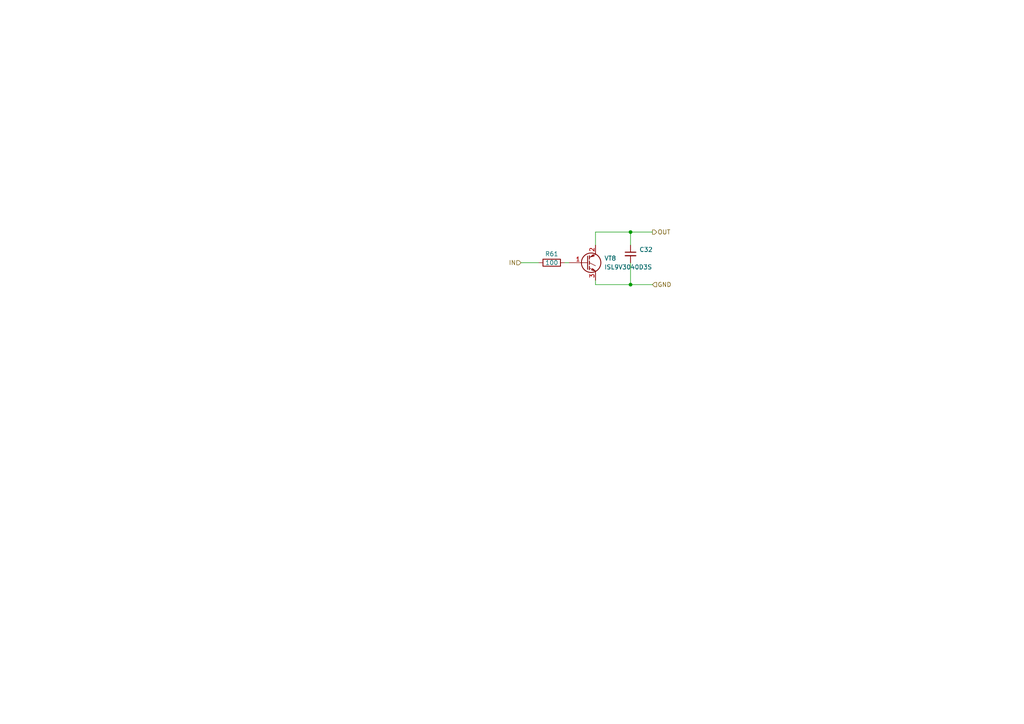
<source format=kicad_sch>
(kicad_sch (version 20211123) (generator eeschema)
  (paper "A4")
  (lib_symbols
    (symbol "Device:C_Small" (pin_numbers hide) (pin_names (offset 0.254) hide)
      (property "Reference" "C" (at 0.254 1.778 0))
      (property "Value" "C_Small" (at 0.254 -2.032 0))
      (symbol "C_Small_0_1"
        (polyline (pts (xy -1.524 -0.508) (xy 1.524 -0.508)) (stroke (width 0.3302)))
        (polyline (pts (xy -1.524 0.508) (xy 1.524 0.508)) (stroke (width 0.3048)))
      )
      (symbol "C_Small_1_1"
        (pin passive line (at 0 2.54 270) (length 2.032) (name "~") (number "1"))
        (pin passive line (at 0 -2.54 90) (length 2.032) (name "~") (number "2"))
      )
    )
    (symbol "Device:R" (pin_numbers hide) (pin_names (offset 0))
      (property "Reference" "R" (at 2.032 0 90))
      (property "Value" "R" (at 0 0 90))
      (symbol "R_0_1"
        (rectangle (start -1.016 -2.54) (end 1.016 2.54) (stroke (width 0.254)))
      )
      (symbol "R_1_1"
        (pin passive line (at 0 3.81 270) (length 1.27) (name "~") (number "1"))
        (pin passive line (at 0 -3.81 90) (length 1.27) (name "~") (number "2"))
      )
    )
    (symbol "Transistor_IGBT:IRG4PF50W" (pin_names (offset 0) hide)
      (property "Reference" "Q" (at 5.08 1.905 0))
      (property "Value" "IRG4PF50W" (at 5.08 0 0))
      (symbol "IRG4PF50W_0_1"
        (polyline (pts (xy 0 0) (xy 0.254 0)))
        (polyline (pts (xy 0.762 -1.016) (xy 0.762 -2.032)) (stroke (width 0.254)))
        (polyline (pts (xy 0.762 0.508) (xy 0.762 -0.508)) (stroke (width 0.254)))
        (polyline (pts (xy 0.762 2.032) (xy 0.762 1.016)) (stroke (width 0.254)))
        (polyline (pts (xy 2.54 -2.413) (xy 0.762 -1.524)))
        (polyline (pts (xy 2.54 -0.889) (xy 0.762 0)))
        (polyline (pts (xy 2.54 2.413) (xy 0.762 1.524)))
        (polyline (pts (xy 0.254 1.905) (xy 0.254 -1.905) (xy 0.254 -1.905)) (stroke (width 0.254)))
        (polyline (pts (xy 1.397 -2.159) (xy 1.651 -1.651) (xy 2.54 -2.413) (xy 1.397 -2.159)) (fill (type outline)))
        (polyline (pts (xy 2.159 1.905) (xy 1.905 2.413) (xy 1.016 1.651) (xy 2.159 1.905)) (fill (type outline)))
        (circle (center 1.27 0) (radius 2.8194) (stroke (width 0.254)))
      )
      (symbol "IRG4PF50W_1_1"
        (pin input line (at -5.08 0 0) (length 5.08) (name "G") (number "1"))
        (pin passive line (at 2.54 5.08 270) (length 2.54) (name "C") (number "2"))
        (pin passive line (at 2.54 -5.08 90) (length 2.54) (name "E") (number "3"))
      )
    )
  )
  (junction (at 182.88 67.31))
  (junction (at 182.88 82.55))
  (wire (pts (xy 182.88 67.31) (xy 182.88 71.12)))
  (wire (pts (xy 172.72 67.31) (xy 182.88 67.31)))
  (wire (pts (xy 172.72 82.55) (xy 182.88 82.55)))
  (wire (pts (xy 182.88 82.55) (xy 189.23 82.55)))
  (wire (pts (xy 163.83 76.2) (xy 165.1 76.2)))
  (wire (pts (xy 172.72 71.12) (xy 172.72 67.31)))
  (wire (pts (xy 172.72 81.28) (xy 172.72 82.55)))
  (wire (pts (xy 182.88 76.2) (xy 182.88 82.55)))
  (wire (pts (xy 182.88 67.31) (xy 189.23 67.31)))
  (wire (pts (xy 151.13 76.2) (xy 156.21 76.2)))
  (hierarchical_label "GND" (shape input) (at 189.23 82.55 0))
  (hierarchical_label "IN" (shape input) (at 151.13 76.2 180))
  (hierarchical_label "OUT" (shape output) (at 189.23 67.31 0))
  (symbol (lib_id "Transistor_IGBT:IRG4PF50W") (at 170.18 76.2 0) (unit 1)
    (property "Reference" "VT8" (at 175.26 74.9299 0) (effects (justify left)))
    (property "Value" "ISL9V3040D3S" (at 175.26 77.4699 0) (effects (justify left)))
    (property "Footprint" "Package_TO_SOT_SMD:TO-252-2" (effects hide))
    (property "Datasheet" "http://www.irf.com/product-info/datasheets/data/irg4pf50w.pdf" (effects hide))
  )
  (symbol (lib_id "Device:C_Small") (at 182.88 73.66 0) (unit 1)
    (property "Reference" "C32" (at 185.42 72.3962 0) (effects (justify left)))
    (property "Value" "C_Small" (effects hide))
    (property "Footprint" "Capacitor_SMD:C_1206_3216Metric" (effects hide))
  )
  (symbol (lib_id "Device:R") (at 160.02 76.2 90) (unit 1)
    (property "Reference" "R61" (at 160.02 73.66 90))
    (property "Value" "100" (at 160.02 76.2 90))
    (property "Footprint" "Resistor_SMD:R_0603_1608Metric" (effects hide))
  )
)
</source>
